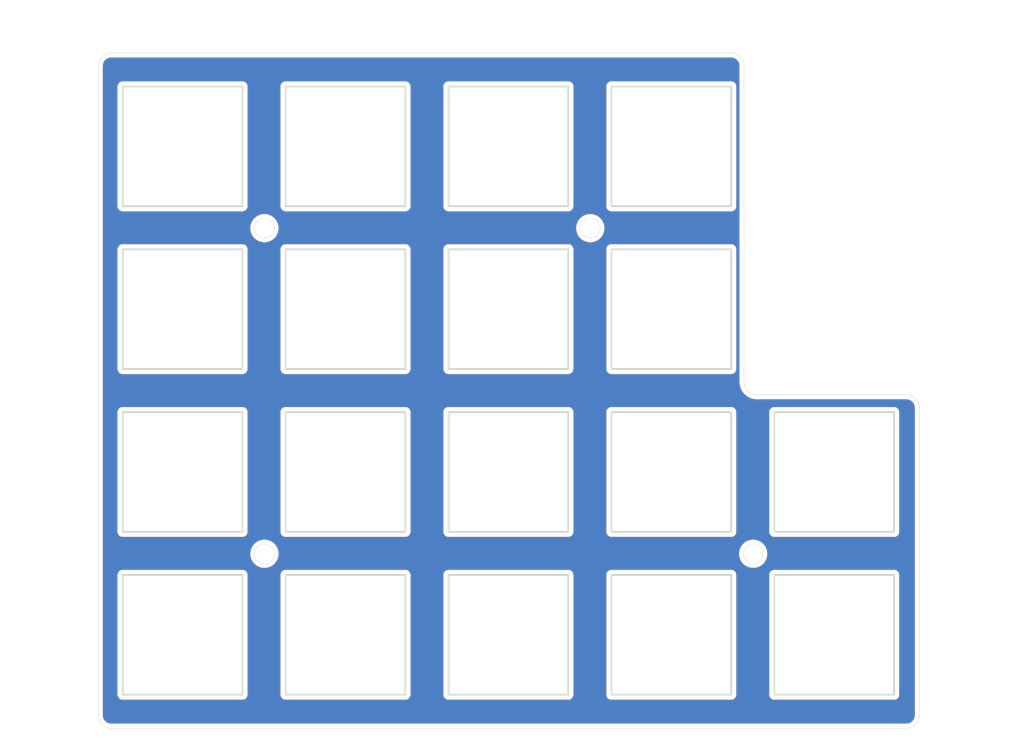
<source format=kicad_pcb>
(kicad_pcb (version 20171130) (host pcbnew "(5.1.10)-1")

  (general
    (thickness 1.6)
    (drawings 86)
    (tracks 0)
    (zones 0)
    (modules 5)
    (nets 1)
  )

  (page A4)
  (layers
    (0 F.Cu signal)
    (31 B.Cu signal)
    (32 B.Adhes user)
    (33 F.Adhes user)
    (34 B.Paste user)
    (35 F.Paste user)
    (36 B.SilkS user)
    (37 F.SilkS user)
    (38 B.Mask user)
    (39 F.Mask user)
    (40 Dwgs.User user)
    (41 Cmts.User user)
    (42 Eco1.User user)
    (43 Eco2.User user)
    (44 Edge.Cuts user)
    (45 Margin user)
    (46 B.CrtYd user)
    (47 F.CrtYd user)
    (48 B.Fab user)
    (49 F.Fab user)
  )

  (setup
    (last_trace_width 0.25)
    (trace_clearance 0.2)
    (zone_clearance 0.508)
    (zone_45_only no)
    (trace_min 0.2)
    (via_size 0.8)
    (via_drill 0.4)
    (via_min_size 0.4)
    (via_min_drill 0.3)
    (uvia_size 0.3)
    (uvia_drill 0.1)
    (uvias_allowed no)
    (uvia_min_size 0.2)
    (uvia_min_drill 0.1)
    (edge_width 0.05)
    (segment_width 0.2)
    (pcb_text_width 0.3)
    (pcb_text_size 1.5 1.5)
    (mod_edge_width 0.12)
    (mod_text_size 1 1)
    (mod_text_width 0.15)
    (pad_size 1 1)
    (pad_drill 1)
    (pad_to_mask_clearance 0)
    (aux_axis_origin 0 0)
    (grid_origin 134.1245 99.5246)
    (visible_elements 7FFFFFFF)
    (pcbplotparams
      (layerselection 0x010f0_ffffffff)
      (usegerberextensions true)
      (usegerberattributes false)
      (usegerberadvancedattributes false)
      (creategerberjobfile false)
      (excludeedgelayer true)
      (linewidth 0.100000)
      (plotframeref false)
      (viasonmask false)
      (mode 1)
      (useauxorigin false)
      (hpglpennumber 1)
      (hpglpenspeed 20)
      (hpglpendiameter 15.000000)
      (psnegative false)
      (psa4output false)
      (plotreference true)
      (plotvalue true)
      (plotinvisibletext false)
      (padsonsilk false)
      (subtractmaskfromsilk false)
      (outputformat 1)
      (mirror false)
      (drillshape 0)
      (scaleselection 1)
      (outputdirectory "gerber"))
  )

  (net 0 "")

  (net_class Default "This is the default net class."
    (clearance 0.2)
    (trace_width 0.25)
    (via_dia 0.8)
    (via_drill 0.4)
    (uvia_dia 0.3)
    (uvia_drill 0.1)
  )

  (net_class Power ""
    (clearance 0.2)
    (trace_width 0.5)
    (via_dia 0.8)
    (via_drill 0.4)
    (uvia_dia 0.3)
    (uvia_drill 0.1)
  )

  (module kbd:M2_Threads_v2 (layer F.Cu) (tedit 5F7666D2) (tstamp 60CDCBF1)
    (at 115.0745 80.4746)
    (descr "Mounting Hole 2.2mm, no annular, M2")
    (tags "mounting hole 2.2mm no annular m2")
    (attr virtual)
    (fp_text reference Ref** (at -0.95 -0.55) (layer F.Fab) hide
      (effects (font (size 1 1) (thickness 0.15)))
    )
    (fp_text value Val** (at 0 0.55) (layer F.Fab) hide
      (effects (font (size 1 1) (thickness 0.15)))
    )
    (pad "" thru_hole circle (at 0 0) (size 2.3 2.3) (drill 2.3) (layers *.Cu *.Mask))
  )

  (module kbd:M2_Threads_v2 (layer F.Cu) (tedit 5F7666D2) (tstamp 60CDCC06)
    (at 153.1745 80.4746)
    (descr "Mounting Hole 2.2mm, no annular, M2")
    (tags "mounting hole 2.2mm no annular m2")
    (attr virtual)
    (fp_text reference Ref** (at -0.95 -0.55) (layer F.Fab) hide
      (effects (font (size 1 1) (thickness 0.15)))
    )
    (fp_text value Val** (at 0 0.55) (layer F.Fab) hide
      (effects (font (size 1 1) (thickness 0.15)))
    )
    (pad "" thru_hole circle (at 0 0) (size 2.3 2.3) (drill 2.3) (layers *.Cu *.Mask))
  )

  (module kbd:M2_Threads_v2 (layer F.Cu) (tedit 5F7666D2) (tstamp 60CDCC1F)
    (at 115.0745 118.5746)
    (descr "Mounting Hole 2.2mm, no annular, M2")
    (tags "mounting hole 2.2mm no annular m2")
    (attr virtual)
    (fp_text reference Ref** (at -0.95 -0.55) (layer F.Fab) hide
      (effects (font (size 1 1) (thickness 0.15)))
    )
    (fp_text value Val** (at 0 0.55) (layer F.Fab) hide
      (effects (font (size 1 1) (thickness 0.15)))
    )
    (pad "" thru_hole circle (at 0 0) (size 2.3 2.3) (drill 2.3) (layers *.Cu *.Mask))
  )

  (module kbd:M2_Threads_v2 (layer F.Cu) (tedit 5F7666D2) (tstamp 60CDCC38)
    (at 172.2245 118.5746)
    (descr "Mounting Hole 2.2mm, no annular, M2")
    (tags "mounting hole 2.2mm no annular m2")
    (attr virtual)
    (fp_text reference Ref** (at -0.95 -0.55) (layer F.Fab) hide
      (effects (font (size 1 1) (thickness 0.15)))
    )
    (fp_text value Val** (at 0 0.55) (layer F.Fab) hide
      (effects (font (size 1 1) (thickness 0.15)))
    )
    (pad "" thru_hole circle (at 0 0) (size 2.3 2.3) (drill 2.3) (layers *.Cu *.Mask))
  )

  (module "" (layer F.Cu) (tedit 0) (tstamp 0)
    (at 203.6505 132.0506 90)
    (fp_text reference "" (at 0 0 90) (layer F.SilkS)
      (effects (font (size 1.27 1.27) (thickness 0.15)))
    )
    (fp_text value "" (at 0 0 90) (layer F.SilkS)
      (effects (font (size 1.27 1.27) (thickness 0.15)))
    )
  )

  (gr_line (start 131.55 63.9005) (end 131.55 77.89996) (layer Edge.Cuts) (width 0.2) (tstamp 60DF3838))
  (gr_line (start 131.55 77.89996) (end 117.55045 77.89996) (layer Edge.Cuts) (width 0.2) (tstamp 60DF3837))
  (gr_line (start 136.60045 115.99996) (end 136.60045 102.0005) (layer Edge.Cuts) (width 0.2) (tstamp 60DF37EE))
  (gr_line (start 136.60045 102.0005) (end 150.6 102.0005) (layer Edge.Cuts) (width 0.2) (tstamp 60DF37E1))
  (gr_line (start 117.55045 77.89996) (end 117.55045 63.9005) (layer Edge.Cuts) (width 0.2) (tstamp 60DF3840))
  (gr_line (start 98.50045 63.9005) (end 112.5 63.9005) (layer Edge.Cuts) (width 0.2) (tstamp 60DF383F))
  (gr_line (start 136.60045 77.89996) (end 136.60045 63.9005) (layer Edge.Cuts) (width 0.2) (tstamp 60DF383E))
  (gr_line (start 155.65045 77.89996) (end 155.65045 63.9005) (layer Edge.Cuts) (width 0.2) (tstamp 60DF383D))
  (gr_line (start 150.6 77.89996) (end 136.60045 77.89996) (layer Edge.Cuts) (width 0.2) (tstamp 60DF383C))
  (gr_line (start 169.65 63.9005) (end 169.65 77.89996) (layer Edge.Cuts) (width 0.2) (tstamp 60DF383B))
  (gr_line (start 117.55045 63.9005) (end 131.55 63.9005) (layer Edge.Cuts) (width 0.2) (tstamp 60DF383A))
  (gr_line (start 112.5 63.9005) (end 112.5 77.89996) (layer Edge.Cuts) (width 0.2) (tstamp 60DF3839))
  (gr_line (start 150.6 63.9005) (end 150.6 77.89996) (layer Edge.Cuts) (width 0.2) (tstamp 60DF3836))
  (gr_line (start 136.60045 63.9005) (end 150.6 63.9005) (layer Edge.Cuts) (width 0.2) (tstamp 60DF3835))
  (gr_line (start 155.65045 63.9005) (end 169.65 63.9005) (layer Edge.Cuts) (width 0.2) (tstamp 60DF3834))
  (gr_line (start 98.50045 77.89996) (end 98.50045 63.9005) (layer Edge.Cuts) (width 0.2) (tstamp 60DF3833))
  (gr_line (start 112.5 77.89996) (end 98.50045 77.89996) (layer Edge.Cuts) (width 0.2) (tstamp 60DF3832))
  (gr_line (start 169.65 77.89996) (end 155.65045 77.89996) (layer Edge.Cuts) (width 0.2) (tstamp 60DF3831))
  (gr_line (start 117.55045 96.94996) (end 117.55045 82.9505) (layer Edge.Cuts) (width 0.2) (tstamp 60DF3840))
  (gr_line (start 98.50045 82.9505) (end 112.5 82.9505) (layer Edge.Cuts) (width 0.2) (tstamp 60DF383F))
  (gr_line (start 136.60045 96.94996) (end 136.60045 82.9505) (layer Edge.Cuts) (width 0.2) (tstamp 60DF383E))
  (gr_line (start 155.65045 96.94996) (end 155.65045 82.9505) (layer Edge.Cuts) (width 0.2) (tstamp 60DF383D))
  (gr_line (start 150.6 96.94996) (end 136.60045 96.94996) (layer Edge.Cuts) (width 0.2) (tstamp 60DF383C))
  (gr_line (start 169.65 82.9505) (end 169.65 96.94996) (layer Edge.Cuts) (width 0.2) (tstamp 60DF383B))
  (gr_line (start 117.55045 82.9505) (end 131.55 82.9505) (layer Edge.Cuts) (width 0.2) (tstamp 60DF383A))
  (gr_line (start 112.5 82.9505) (end 112.5 96.94996) (layer Edge.Cuts) (width 0.2) (tstamp 60DF3839))
  (gr_line (start 131.55 82.9505) (end 131.55 96.94996) (layer Edge.Cuts) (width 0.2) (tstamp 60DF3838))
  (gr_line (start 131.55 96.94996) (end 117.55045 96.94996) (layer Edge.Cuts) (width 0.2) (tstamp 60DF3837))
  (gr_line (start 150.6 82.9505) (end 150.6 96.94996) (layer Edge.Cuts) (width 0.2) (tstamp 60DF3836))
  (gr_line (start 136.60045 82.9505) (end 150.6 82.9505) (layer Edge.Cuts) (width 0.2) (tstamp 60DF3835))
  (gr_line (start 155.65045 82.9505) (end 169.65 82.9505) (layer Edge.Cuts) (width 0.2) (tstamp 60DF3834))
  (gr_line (start 98.50045 96.94996) (end 98.50045 82.9505) (layer Edge.Cuts) (width 0.2) (tstamp 60DF3833))
  (gr_line (start 112.5 96.94996) (end 98.50045 96.94996) (layer Edge.Cuts) (width 0.2) (tstamp 60DF3832))
  (gr_line (start 169.65 96.94996) (end 155.65045 96.94996) (layer Edge.Cuts) (width 0.2) (tstamp 60DF3831))
  (gr_line (start 174.70045 102.0005) (end 188.7 102.0005) (layer Edge.Cuts) (width 0.2) (tstamp 60DF37F3))
  (gr_line (start 98.50045 115.99996) (end 98.50045 102.0005) (layer Edge.Cuts) (width 0.2) (tstamp 60DF37F2))
  (gr_line (start 112.5 115.99996) (end 98.50045 115.99996) (layer Edge.Cuts) (width 0.2) (tstamp 60DF37F1))
  (gr_line (start 112.5 102.0005) (end 112.5 115.99996) (layer Edge.Cuts) (width 0.2) (tstamp 60DF37F0))
  (gr_line (start 155.65045 102.0005) (end 169.65 102.0005) (layer Edge.Cuts) (width 0.2) (tstamp 60DF37EF))
  (gr_line (start 131.55 115.99996) (end 117.55045 115.99996) (layer Edge.Cuts) (width 0.2) (tstamp 60DF37ED))
  (gr_line (start 150.6 102.0005) (end 150.6 115.99996) (layer Edge.Cuts) (width 0.2) (tstamp 60DF37EC))
  (gr_line (start 117.55045 115.99996) (end 117.55045 102.0005) (layer Edge.Cuts) (width 0.2) (tstamp 60DF37EB))
  (gr_line (start 117.55045 102.0005) (end 131.55 102.0005) (layer Edge.Cuts) (width 0.2) (tstamp 60DF37EA))
  (gr_line (start 188.7 102.0005) (end 188.7 115.99996) (layer Edge.Cuts) (width 0.2) (tstamp 60DF37E9))
  (gr_line (start 169.65 102.0005) (end 169.65 115.99996) (layer Edge.Cuts) (width 0.2) (tstamp 60DF37E8))
  (gr_line (start 174.70045 115.99996) (end 174.70045 102.0005) (layer Edge.Cuts) (width 0.2) (tstamp 60DF37E7))
  (gr_line (start 155.65045 115.99996) (end 155.65045 102.0005) (layer Edge.Cuts) (width 0.2) (tstamp 60DF37E6))
  (gr_line (start 131.55 102.0005) (end 131.55 115.99996) (layer Edge.Cuts) (width 0.2) (tstamp 60DF37E5))
  (gr_line (start 150.6 115.99996) (end 136.60045 115.99996) (layer Edge.Cuts) (width 0.2) (tstamp 60DF37E4))
  (gr_line (start 188.7 115.99996) (end 174.70045 115.99996) (layer Edge.Cuts) (width 0.2) (tstamp 60DF37E3))
  (gr_line (start 169.65 115.99996) (end 155.65045 115.99996) (layer Edge.Cuts) (width 0.2) (tstamp 60DF37E2))
  (gr_line (start 98.50045 102.0005) (end 112.5 102.0005) (layer Edge.Cuts) (width 0.2) (tstamp 60DF37E0))
  (gr_line (start 174.70045 121.0505) (end 188.7 121.0505) (layer Edge.Cuts) (width 0.2) (tstamp 60DF366F))
  (gr_line (start 188.7 121.0505) (end 188.7 135.04996) (layer Edge.Cuts) (width 0.2) (tstamp 60DF366E))
  (gr_line (start 174.70045 135.04996) (end 174.70045 121.0505) (layer Edge.Cuts) (width 0.2) (tstamp 60DF366D))
  (gr_line (start 188.7 135.04996) (end 174.70045 135.04996) (layer Edge.Cuts) (width 0.2) (tstamp 60DF366C))
  (gr_line (start 155.65045 135.04996) (end 155.65045 121.0505) (layer Edge.Cuts) (width 0.2) (tstamp 60DF3667))
  (gr_line (start 169.65 121.0505) (end 169.65 135.04996) (layer Edge.Cuts) (width 0.2) (tstamp 60DF3666))
  (gr_line (start 169.65 135.04996) (end 155.65045 135.04996) (layer Edge.Cuts) (width 0.2) (tstamp 60DF3665))
  (gr_line (start 155.65045 121.0505) (end 169.65 121.0505) (layer Edge.Cuts) (width 0.2) (tstamp 60DF3664))
  (gr_line (start 150.6 135.04996) (end 136.60045 135.04996) (layer Edge.Cuts) (width 0.2) (tstamp 60DF365F))
  (gr_line (start 136.60045 135.04996) (end 136.60045 121.0505) (layer Edge.Cuts) (width 0.2) (tstamp 60DF365E))
  (gr_line (start 136.60045 121.0505) (end 150.6 121.0505) (layer Edge.Cuts) (width 0.2) (tstamp 60DF365D))
  (gr_line (start 150.6 121.0505) (end 150.6 135.04996) (layer Edge.Cuts) (width 0.2) (tstamp 60DF365C))
  (gr_line (start 117.55045 135.04996) (end 117.55045 121.0505) (layer Edge.Cuts) (width 0.2) (tstamp 60DF3657))
  (gr_line (start 131.55 135.04996) (end 117.55045 135.04996) (layer Edge.Cuts) (width 0.2) (tstamp 60DF3656))
  (gr_line (start 131.55 121.0505) (end 131.55 135.04996) (layer Edge.Cuts) (width 0.2) (tstamp 60DF3655))
  (gr_line (start 117.55045 121.0505) (end 131.55 121.0505) (layer Edge.Cuts) (width 0.2) (tstamp 60DF3654))
  (gr_line (start 112.5 135.04996) (end 98.50045 135.04996) (layer Edge.Cuts) (width 0.2) (tstamp 60DF3564))
  (gr_line (start 112.5 121.0505) (end 112.5 135.04996) (layer Edge.Cuts) (width 0.2) (tstamp 60DF3561))
  (gr_line (start 98.50045 135.04996) (end 98.50045 121.0505) (layer Edge.Cuts) (width 0.2) (tstamp 60DF3560))
  (gr_line (start 191.6505 101.4756) (end 191.6505 137.4756) (layer Edge.Cuts) (width 0.05) (tstamp 60DF3548))
  (gr_line (start 172.6505 99.9756) (end 190.1505 99.9756) (layer Edge.Cuts) (width 0.05) (tstamp 60DF3547))
  (gr_line (start 171.1505 61.4756) (end 171.1505 98.4756) (layer Edge.Cuts) (width 0.05) (tstamp 60DF3546))
  (gr_arc (start 172.6505 98.4756) (end 171.1505 98.4756) (angle -90) (layer Edge.Cuts) (width 0.05) (tstamp 60DF3528))
  (gr_arc (start 169.6505 61.4756) (end 171.1505 61.4756) (angle -90) (layer Edge.Cuts) (width 0.05) (tstamp 60DF3528))
  (dimension 79 (width 0.15) (layer Dwgs.User)
    (gr_text "79.000 mm" (at 87.819372 99.4756 270) (layer Dwgs.User)
      (effects (font (size 1 1) (thickness 0.15)))
    )
    (feature1 (pts (xy 93.1505 138.9756) (xy 88.532951 138.9756)))
    (feature2 (pts (xy 93.1505 59.9756) (xy 88.532951 59.9756)))
    (crossbar (pts (xy 89.119372 59.9756) (xy 89.119372 138.9756)))
    (arrow1a (pts (xy 89.119372 138.9756) (xy 88.532951 137.849096)))
    (arrow1b (pts (xy 89.119372 138.9756) (xy 89.705793 137.849096)))
    (arrow2a (pts (xy 89.119372 59.9756) (xy 88.532951 61.102104)))
    (arrow2b (pts (xy 89.119372 59.9756) (xy 89.705793 61.102104)))
  )
  (dimension 96 (width 0.15) (layer Dwgs.User)
    (gr_text "96.000 mm" (at 143.6505 54.4756) (layer Dwgs.User)
      (effects (font (size 1 1) (thickness 0.15)))
    )
    (feature1 (pts (xy 95.6505 58.691075) (xy 95.6505 55.189179)))
    (feature2 (pts (xy 191.6505 58.691075) (xy 191.6505 55.189179)))
    (crossbar (pts (xy 191.6505 55.7756) (xy 95.6505 55.7756)))
    (arrow1a (pts (xy 95.6505 55.7756) (xy 96.777004 55.189179)))
    (arrow1b (pts (xy 95.6505 55.7756) (xy 96.777004 56.362021)))
    (arrow2a (pts (xy 191.6505 55.7756) (xy 190.523996 55.189179)))
    (arrow2b (pts (xy 191.6505 55.7756) (xy 190.523996 56.362021)))
  )
  (gr_line (start 95.6505 61.4756) (end 95.6505 137.4756) (layer Edge.Cuts) (width 0.05) (tstamp 60B601F2))
  (gr_line (start 169.6505 59.9756) (end 97.1505 59.9756) (layer Edge.Cuts) (width 0.05) (tstamp 60B601F1))
  (gr_line (start 97.1505 138.9756) (end 190.1505 138.9756) (layer Edge.Cuts) (width 0.05) (tstamp 60B601EF))
  (gr_arc (start 97.1505 137.4756) (end 95.6505 137.4756) (angle -90) (layer Edge.Cuts) (width 0.05))
  (gr_arc (start 190.1505 137.4756) (end 190.1505 138.9756) (angle -90) (layer Edge.Cuts) (width 0.05))
  (gr_arc (start 190.1505 101.4756) (end 191.6505 101.4756) (angle -90) (layer Edge.Cuts) (width 0.05))
  (gr_arc (start 97.1505 61.4756) (end 97.1505 59.9756) (angle -90) (layer Edge.Cuts) (width 0.05))
  (gr_line (start 98.50045 121.0505) (end 112.5 121.0505) (layer Edge.Cuts) (width 0.2))

  (zone (net 0) (net_name "") (layer F.Cu) (tstamp 0) (hatch edge 0.508)
    (connect_pads (clearance 0.508))
    (min_thickness 0.254)
    (fill yes (arc_segments 32) (thermal_gap 0.508) (thermal_bridge_width 0.508))
    (polygon
      (pts
        (xy 196.1245 140.5246) (xy 92.1245 140.5246) (xy 93.6245 58.0246) (xy 196.1245 58.0246)
      )
    )
    (filled_polygon
      (pts
        (xy 169.81304 60.654702) (xy 169.969394 60.701908) (xy 170.113596 60.778582) (xy 170.240163 60.881807) (xy 170.344269 61.007651)
        (xy 170.421947 61.151311) (xy 170.470242 61.307329) (xy 170.4905 61.500073) (xy 170.490501 98.508019) (xy 170.493318 98.536618)
        (xy 170.493253 98.545888) (xy 170.494152 98.55506) (xy 170.524752 98.846205) (xy 170.536783 98.904817) (xy 170.547989 98.963563)
        (xy 170.550653 98.972384) (xy 170.637221 99.25204) (xy 170.660399 99.307178) (xy 170.682811 99.36265) (xy 170.687138 99.370786)
        (xy 170.826377 99.628302) (xy 170.859804 99.677859) (xy 170.89258 99.727947) (xy 170.898405 99.735088) (xy 171.08501 99.960656)
        (xy 171.127465 100.002815) (xy 171.169309 100.045545) (xy 171.176409 100.051419) (xy 171.403273 100.236445) (xy 171.453066 100.269527)
        (xy 171.502455 100.303345) (xy 171.510561 100.307727) (xy 171.769042 100.445164) (xy 171.824336 100.467955) (xy 171.879329 100.491525)
        (xy 171.888132 100.49425) (xy 172.168387 100.578864) (xy 172.227064 100.590482) (xy 172.285579 100.60292) (xy 172.294742 100.603883)
        (xy 172.294744 100.603883) (xy 172.586096 100.63245) (xy 172.586098 100.63245) (xy 172.618081 100.6356) (xy 190.118223 100.6356)
        (xy 190.31304 100.654702) (xy 190.469394 100.701908) (xy 190.613596 100.778582) (xy 190.740163 100.881807) (xy 190.844269 101.007651)
        (xy 190.921947 101.151311) (xy 190.970242 101.307329) (xy 190.9905 101.500073) (xy 190.990501 137.443312) (xy 190.971398 137.63814)
        (xy 190.924192 137.794495) (xy 190.847518 137.938696) (xy 190.744292 138.065264) (xy 190.618451 138.169368) (xy 190.474789 138.247047)
        (xy 190.318771 138.295342) (xy 190.126027 138.3156) (xy 97.182777 138.3156) (xy 96.98796 138.296498) (xy 96.831605 138.249292)
        (xy 96.687404 138.172618) (xy 96.560836 138.069392) (xy 96.456732 137.943551) (xy 96.379053 137.799889) (xy 96.330758 137.643871)
        (xy 96.3105 137.451127) (xy 96.3105 121.0505) (xy 97.761894 121.0505) (xy 97.765451 121.086615) (xy 97.76545 135.013855)
        (xy 97.761894 135.04996) (xy 97.776085 135.194045) (xy 97.818113 135.332593) (xy 97.886363 135.46028) (xy 97.978212 135.572198)
        (xy 98.09013 135.664047) (xy 98.217817 135.732297) (xy 98.356365 135.774325) (xy 98.50045 135.788516) (xy 98.536555 135.78496)
        (xy 112.463895 135.78496) (xy 112.5 135.788516) (xy 112.536105 135.78496) (xy 112.644085 135.774325) (xy 112.782633 135.732297)
        (xy 112.91032 135.664047) (xy 113.022238 135.572198) (xy 113.114087 135.46028) (xy 113.182337 135.332593) (xy 113.224365 135.194045)
        (xy 113.238556 135.04996) (xy 113.235 135.013855) (xy 113.235 121.086605) (xy 113.238556 121.0505) (xy 116.811894 121.0505)
        (xy 116.815451 121.086615) (xy 116.81545 135.013855) (xy 116.811894 135.04996) (xy 116.826085 135.194045) (xy 116.868113 135.332593)
        (xy 116.936363 135.46028) (xy 117.028212 135.572198) (xy 117.14013 135.664047) (xy 117.267817 135.732297) (xy 117.406365 135.774325)
        (xy 117.55045 135.788516) (xy 117.586555 135.78496) (xy 131.513895 135.78496) (xy 131.55 135.788516) (xy 131.586105 135.78496)
        (xy 131.694085 135.774325) (xy 131.832633 135.732297) (xy 131.96032 135.664047) (xy 132.072238 135.572198) (xy 132.164087 135.46028)
        (xy 132.232337 135.332593) (xy 132.274365 135.194045) (xy 132.288556 135.04996) (xy 132.285 135.013855) (xy 132.285 121.086605)
        (xy 132.288556 121.0505) (xy 135.861894 121.0505) (xy 135.865451 121.086615) (xy 135.86545 135.013855) (xy 135.861894 135.04996)
        (xy 135.876085 135.194045) (xy 135.918113 135.332593) (xy 135.986363 135.46028) (xy 136.078212 135.572198) (xy 136.19013 135.664047)
        (xy 136.317817 135.732297) (xy 136.456365 135.774325) (xy 136.60045 135.788516) (xy 136.636555 135.78496) (xy 150.563895 135.78496)
        (xy 150.6 135.788516) (xy 150.636105 135.78496) (xy 150.744085 135.774325) (xy 150.882633 135.732297) (xy 151.01032 135.664047)
        (xy 151.122238 135.572198) (xy 151.214087 135.46028) (xy 151.282337 135.332593) (xy 151.324365 135.194045) (xy 151.338556 135.04996)
        (xy 151.335 135.013855) (xy 151.335 121.086605) (xy 151.338556 121.0505) (xy 154.911894 121.0505) (xy 154.915451 121.086615)
        (xy 154.91545 135.013855) (xy 154.911894 135.04996) (xy 154.926085 135.194045) (xy 154.968113 135.332593) (xy 155.036363 135.46028)
        (xy 155.128212 135.572198) (xy 155.24013 135.664047) (xy 155.367817 135.732297) (xy 155.506365 135.774325) (xy 155.65045 135.788516)
        (xy 155.686555 135.78496) (xy 169.613895 135.78496) (xy 169.65 135.788516) (xy 169.686105 135.78496) (xy 169.794085 135.774325)
        (xy 169.932633 135.732297) (xy 170.06032 135.664047) (xy 170.172238 135.572198) (xy 170.264087 135.46028) (xy 170.332337 135.332593)
        (xy 170.374365 135.194045) (xy 170.388556 135.04996) (xy 170.385 135.013855) (xy 170.385 121.086605) (xy 170.388556 121.0505)
        (xy 173.961894 121.0505) (xy 173.965451 121.086615) (xy 173.96545 135.013855) (xy 173.961894 135.04996) (xy 173.976085 135.194045)
        (xy 174.018113 135.332593) (xy 174.086363 135.46028) (xy 174.178212 135.572198) (xy 174.29013 135.664047) (xy 174.417817 135.732297)
        (xy 174.556365 135.774325) (xy 174.70045 135.788516) (xy 174.736555 135.78496) (xy 188.663895 135.78496) (xy 188.7 135.788516)
        (xy 188.736105 135.78496) (xy 188.844085 135.774325) (xy 188.982633 135.732297) (xy 189.11032 135.664047) (xy 189.222238 135.572198)
        (xy 189.314087 135.46028) (xy 189.382337 135.332593) (xy 189.424365 135.194045) (xy 189.438556 135.04996) (xy 189.435 135.013855)
        (xy 189.435 121.086605) (xy 189.438556 121.0505) (xy 189.424365 120.906415) (xy 189.382337 120.767867) (xy 189.314087 120.64018)
        (xy 189.222238 120.528262) (xy 189.11032 120.436413) (xy 188.982633 120.368163) (xy 188.844085 120.326135) (xy 188.736105 120.3155)
        (xy 188.7 120.311944) (xy 188.663895 120.3155) (xy 174.736555 120.3155) (xy 174.70045 120.311944) (xy 174.664345 120.3155)
        (xy 174.556365 120.326135) (xy 174.417817 120.368163) (xy 174.29013 120.436413) (xy 174.178212 120.528262) (xy 174.086363 120.64018)
        (xy 174.018113 120.767867) (xy 173.976085 120.906415) (xy 173.961894 121.0505) (xy 170.388556 121.0505) (xy 170.374365 120.906415)
        (xy 170.332337 120.767867) (xy 170.264087 120.64018) (xy 170.172238 120.528262) (xy 170.06032 120.436413) (xy 169.932633 120.368163)
        (xy 169.794085 120.326135) (xy 169.686105 120.3155) (xy 169.65 120.311944) (xy 169.613895 120.3155) (xy 155.686555 120.3155)
        (xy 155.65045 120.311944) (xy 155.614345 120.3155) (xy 155.506365 120.326135) (xy 155.367817 120.368163) (xy 155.24013 120.436413)
        (xy 155.128212 120.528262) (xy 155.036363 120.64018) (xy 154.968113 120.767867) (xy 154.926085 120.906415) (xy 154.911894 121.0505)
        (xy 151.338556 121.0505) (xy 151.324365 120.906415) (xy 151.282337 120.767867) (xy 151.214087 120.64018) (xy 151.122238 120.528262)
        (xy 151.01032 120.436413) (xy 150.882633 120.368163) (xy 150.744085 120.326135) (xy 150.636105 120.3155) (xy 150.6 120.311944)
        (xy 150.563895 120.3155) (xy 136.636555 120.3155) (xy 136.60045 120.311944) (xy 136.564345 120.3155) (xy 136.456365 120.326135)
        (xy 136.317817 120.368163) (xy 136.19013 120.436413) (xy 136.078212 120.528262) (xy 135.986363 120.64018) (xy 135.918113 120.767867)
        (xy 135.876085 120.906415) (xy 135.861894 121.0505) (xy 132.288556 121.0505) (xy 132.274365 120.906415) (xy 132.232337 120.767867)
        (xy 132.164087 120.64018) (xy 132.072238 120.528262) (xy 131.96032 120.436413) (xy 131.832633 120.368163) (xy 131.694085 120.326135)
        (xy 131.586105 120.3155) (xy 131.55 120.311944) (xy 131.513895 120.3155) (xy 117.586555 120.3155) (xy 117.55045 120.311944)
        (xy 117.514345 120.3155) (xy 117.406365 120.326135) (xy 117.267817 120.368163) (xy 117.14013 120.436413) (xy 117.028212 120.528262)
        (xy 116.936363 120.64018) (xy 116.868113 120.767867) (xy 116.826085 120.906415) (xy 116.811894 121.0505) (xy 113.238556 121.0505)
        (xy 113.224365 120.906415) (xy 113.182337 120.767867) (xy 113.114087 120.64018) (xy 113.022238 120.528262) (xy 112.91032 120.436413)
        (xy 112.782633 120.368163) (xy 112.644085 120.326135) (xy 112.536105 120.3155) (xy 112.5 120.311944) (xy 112.463895 120.3155)
        (xy 98.536555 120.3155) (xy 98.50045 120.311944) (xy 98.464345 120.3155) (xy 98.356365 120.326135) (xy 98.217817 120.368163)
        (xy 98.09013 120.436413) (xy 97.978212 120.528262) (xy 97.886363 120.64018) (xy 97.818113 120.767867) (xy 97.776085 120.906415)
        (xy 97.761894 121.0505) (xy 96.3105 121.0505) (xy 96.3105 118.398793) (xy 113.2895 118.398793) (xy 113.2895 118.750407)
        (xy 113.358096 119.095265) (xy 113.492653 119.420115) (xy 113.688 119.712471) (xy 113.936629 119.9611) (xy 114.228985 120.156447)
        (xy 114.553835 120.291004) (xy 114.898693 120.3596) (xy 115.250307 120.3596) (xy 115.595165 120.291004) (xy 115.920015 120.156447)
        (xy 116.212371 119.9611) (xy 116.461 119.712471) (xy 116.656347 119.420115) (xy 116.790904 119.095265) (xy 116.8595 118.750407)
        (xy 116.8595 118.398793) (xy 170.4395 118.398793) (xy 170.4395 118.750407) (xy 170.508096 119.095265) (xy 170.642653 119.420115)
        (xy 170.838 119.712471) (xy 171.086629 119.9611) (xy 171.378985 120.156447) (xy 171.703835 120.291004) (xy 172.048693 120.3596)
        (xy 172.400307 120.3596) (xy 172.745165 120.291004) (xy 173.070015 120.156447) (xy 173.362371 119.9611) (xy 173.611 119.712471)
        (xy 173.806347 119.420115) (xy 173.940904 119.095265) (xy 174.0095 118.750407) (xy 174.0095 118.398793) (xy 173.940904 118.053935)
        (xy 173.806347 117.729085) (xy 173.611 117.436729) (xy 173.362371 117.1881) (xy 173.070015 116.992753) (xy 172.745165 116.858196)
        (xy 172.400307 116.7896) (xy 172.048693 116.7896) (xy 171.703835 116.858196) (xy 171.378985 116.992753) (xy 171.086629 117.1881)
        (xy 170.838 117.436729) (xy 170.642653 117.729085) (xy 170.508096 118.053935) (xy 170.4395 118.398793) (xy 116.8595 118.398793)
        (xy 116.790904 118.053935) (xy 116.656347 117.729085) (xy 116.461 117.436729) (xy 116.212371 117.1881) (xy 115.920015 116.992753)
        (xy 115.595165 116.858196) (xy 115.250307 116.7896) (xy 114.898693 116.7896) (xy 114.553835 116.858196) (xy 114.228985 116.992753)
        (xy 113.936629 117.1881) (xy 113.688 117.436729) (xy 113.492653 117.729085) (xy 113.358096 118.053935) (xy 113.2895 118.398793)
        (xy 96.3105 118.398793) (xy 96.3105 102.0005) (xy 97.761894 102.0005) (xy 97.765451 102.036615) (xy 97.76545 115.963855)
        (xy 97.761894 115.99996) (xy 97.776085 116.144045) (xy 97.818113 116.282593) (xy 97.886363 116.41028) (xy 97.978212 116.522198)
        (xy 98.09013 116.614047) (xy 98.217817 116.682297) (xy 98.356365 116.724325) (xy 98.50045 116.738516) (xy 98.536555 116.73496)
        (xy 112.463895 116.73496) (xy 112.5 116.738516) (xy 112.536105 116.73496) (xy 112.644085 116.724325) (xy 112.782633 116.682297)
        (xy 112.91032 116.614047) (xy 113.022238 116.522198) (xy 113.114087 116.41028) (xy 113.182337 116.282593) (xy 113.224365 116.144045)
        (xy 113.238556 115.99996) (xy 113.235 115.963855) (xy 113.235 102.036605) (xy 113.238556 102.0005) (xy 116.811894 102.0005)
        (xy 116.815451 102.036615) (xy 116.81545 115.963855) (xy 116.811894 115.99996) (xy 116.826085 116.144045) (xy 116.868113 116.282593)
        (xy 116.936363 116.41028) (xy 117.028212 116.522198) (xy 117.14013 116.614047) (xy 117.267817 116.682297) (xy 117.406365 116.724325)
        (xy 117.55045 116.738516) (xy 117.586555 116.73496) (xy 131.513895 116.73496) (xy 131.55 116.738516) (xy 131.586105 116.73496)
        (xy 131.694085 116.724325) (xy 131.832633 116.682297) (xy 131.96032 116.614047) (xy 132.072238 116.522198) (xy 132.164087 116.41028)
        (xy 132.232337 116.282593) (xy 132.274365 116.144045) (xy 132.288556 115.99996) (xy 132.285 115.963855) (xy 132.285 102.036605)
        (xy 132.288556 102.0005) (xy 135.861894 102.0005) (xy 135.865451 102.036615) (xy 135.86545 115.963855) (xy 135.861894 115.99996)
        (xy 135.876085 116.144045) (xy 135.918113 116.282593) (xy 135.986363 116.41028) (xy 136.078212 116.522198) (xy 136.19013 116.614047)
        (xy 136.317817 116.682297) (xy 136.456365 116.724325) (xy 136.60045 116.738516) (xy 136.636555 116.73496) (xy 150.563895 116.73496)
        (xy 150.6 116.738516) (xy 150.636105 116.73496) (xy 150.744085 116.724325) (xy 150.882633 116.682297) (xy 151.01032 116.614047)
        (xy 151.122238 116.522198) (xy 151.214087 116.41028) (xy 151.282337 116.282593) (xy 151.324365 116.144045) (xy 151.338556 115.99996)
        (xy 151.335 115.963855) (xy 151.335 102.036605) (xy 151.338556 102.0005) (xy 154.911894 102.0005) (xy 154.915451 102.036615)
        (xy 154.91545 115.963855) (xy 154.911894 115.99996) (xy 154.926085 116.144045) (xy 154.968113 116.282593) (xy 155.036363 116.41028)
        (xy 155.128212 116.522198) (xy 155.24013 116.614047) (xy 155.367817 116.682297) (xy 155.506365 116.724325) (xy 155.65045 116.738516)
        (xy 155.686555 116.73496) (xy 169.613895 116.73496) (xy 169.65 116.738516) (xy 169.686105 116.73496) (xy 169.794085 116.724325)
        (xy 169.932633 116.682297) (xy 170.06032 116.614047) (xy 170.172238 116.522198) (xy 170.264087 116.41028) (xy 170.332337 116.282593)
        (xy 170.374365 116.144045) (xy 170.388556 115.99996) (xy 170.385 115.963855) (xy 170.385 102.036605) (xy 170.388556 102.0005)
        (xy 173.961894 102.0005) (xy 173.965451 102.036615) (xy 173.96545 115.963855) (xy 173.961894 115.99996) (xy 173.976085 116.144045)
        (xy 174.018113 116.282593) (xy 174.086363 116.41028) (xy 174.178212 116.522198) (xy 174.29013 116.614047) (xy 174.417817 116.682297)
        (xy 174.556365 116.724325) (xy 174.70045 116.738516) (xy 174.736555 116.73496) (xy 188.663895 116.73496) (xy 188.7 116.738516)
        (xy 188.736105 116.73496) (xy 188.844085 116.724325) (xy 188.982633 116.682297) (xy 189.11032 116.614047) (xy 189.222238 116.522198)
        (xy 189.314087 116.41028) (xy 189.382337 116.282593) (xy 189.424365 116.144045) (xy 189.438556 115.99996) (xy 189.435 115.963855)
        (xy 189.435 102.036605) (xy 189.438556 102.0005) (xy 189.424365 101.856415) (xy 189.382337 101.717867) (xy 189.314087 101.59018)
        (xy 189.222238 101.478262) (xy 189.11032 101.386413) (xy 188.982633 101.318163) (xy 188.844085 101.276135) (xy 188.736105 101.2655)
        (xy 188.7 101.261944) (xy 188.663895 101.2655) (xy 174.736555 101.2655) (xy 174.70045 101.261944) (xy 174.664345 101.2655)
        (xy 174.556365 101.276135) (xy 174.417817 101.318163) (xy 174.29013 101.386413) (xy 174.178212 101.478262) (xy 174.086363 101.59018)
        (xy 174.018113 101.717867) (xy 173.976085 101.856415) (xy 173.961894 102.0005) (xy 170.388556 102.0005) (xy 170.374365 101.856415)
        (xy 170.332337 101.717867) (xy 170.264087 101.59018) (xy 170.172238 101.478262) (xy 170.06032 101.386413) (xy 169.932633 101.318163)
        (xy 169.794085 101.276135) (xy 169.686105 101.2655) (xy 169.65 101.261944) (xy 169.613895 101.2655) (xy 155.686555 101.2655)
        (xy 155.65045 101.261944) (xy 155.614345 101.2655) (xy 155.506365 101.276135) (xy 155.367817 101.318163) (xy 155.24013 101.386413)
        (xy 155.128212 101.478262) (xy 155.036363 101.59018) (xy 154.968113 101.717867) (xy 154.926085 101.856415) (xy 154.911894 102.0005)
        (xy 151.338556 102.0005) (xy 151.324365 101.856415) (xy 151.282337 101.717867) (xy 151.214087 101.59018) (xy 151.122238 101.478262)
        (xy 151.01032 101.386413) (xy 150.882633 101.318163) (xy 150.744085 101.276135) (xy 150.636105 101.2655) (xy 150.6 101.261944)
        (xy 150.563895 101.2655) (xy 136.636555 101.2655) (xy 136.60045 101.261944) (xy 136.564345 101.2655) (xy 136.456365 101.276135)
        (xy 136.317817 101.318163) (xy 136.19013 101.386413) (xy 136.078212 101.478262) (xy 135.986363 101.59018) (xy 135.918113 101.717867)
        (xy 135.876085 101.856415) (xy 135.861894 102.0005) (xy 132.288556 102.0005) (xy 132.274365 101.856415) (xy 132.232337 101.717867)
        (xy 132.164087 101.59018) (xy 132.072238 101.478262) (xy 131.96032 101.386413) (xy 131.832633 101.318163) (xy 131.694085 101.276135)
        (xy 131.586105 101.2655) (xy 131.55 101.261944) (xy 131.513895 101.2655) (xy 117.586555 101.2655) (xy 117.55045 101.261944)
        (xy 117.514345 101.2655) (xy 117.406365 101.276135) (xy 117.267817 101.318163) (xy 117.14013 101.386413) (xy 117.028212 101.478262)
        (xy 116.936363 101.59018) (xy 116.868113 101.717867) (xy 116.826085 101.856415) (xy 116.811894 102.0005) (xy 113.238556 102.0005)
        (xy 113.224365 101.856415) (xy 113.182337 101.717867) (xy 113.114087 101.59018) (xy 113.022238 101.478262) (xy 112.91032 101.386413)
        (xy 112.782633 101.318163) (xy 112.644085 101.276135) (xy 112.536105 101.2655) (xy 112.5 101.261944) (xy 112.463895 101.2655)
        (xy 98.536555 101.2655) (xy 98.50045 101.261944) (xy 98.464345 101.2655) (xy 98.356365 101.276135) (xy 98.217817 101.318163)
        (xy 98.09013 101.386413) (xy 97.978212 101.478262) (xy 97.886363 101.59018) (xy 97.818113 101.717867) (xy 97.776085 101.856415)
        (xy 97.761894 102.0005) (xy 96.3105 102.0005) (xy 96.3105 82.9505) (xy 97.761894 82.9505) (xy 97.765451 82.986615)
        (xy 97.76545 96.913855) (xy 97.761894 96.94996) (xy 97.776085 97.094045) (xy 97.818113 97.232593) (xy 97.886363 97.36028)
        (xy 97.978212 97.472198) (xy 98.09013 97.564047) (xy 98.217817 97.632297) (xy 98.356365 97.674325) (xy 98.50045 97.688516)
        (xy 98.536555 97.68496) (xy 112.463895 97.68496) (xy 112.5 97.688516) (xy 112.536105 97.68496) (xy 112.644085 97.674325)
        (xy 112.782633 97.632297) (xy 112.91032 97.564047) (xy 113.022238 97.472198) (xy 113.114087 97.36028) (xy 113.182337 97.232593)
        (xy 113.224365 97.094045) (xy 113.238556 96.94996) (xy 113.235 96.913855) (xy 113.235 82.986605) (xy 113.238556 82.9505)
        (xy 116.811894 82.9505) (xy 116.815451 82.986615) (xy 116.81545 96.913855) (xy 116.811894 96.94996) (xy 116.826085 97.094045)
        (xy 116.868113 97.232593) (xy 116.936363 97.36028) (xy 117.028212 97.472198) (xy 117.14013 97.564047) (xy 117.267817 97.632297)
        (xy 117.406365 97.674325) (xy 117.55045 97.688516) (xy 117.586555 97.68496) (xy 131.513895 97.68496) (xy 131.55 97.688516)
        (xy 131.586105 97.68496) (xy 131.694085 97.674325) (xy 131.832633 97.632297) (xy 131.96032 97.564047) (xy 132.072238 97.472198)
        (xy 132.164087 97.36028) (xy 132.232337 97.232593) (xy 132.274365 97.094045) (xy 132.288556 96.94996) (xy 132.285 96.913855)
        (xy 132.285 82.986605) (xy 132.288556 82.9505) (xy 135.861894 82.9505) (xy 135.865451 82.986615) (xy 135.86545 96.913855)
        (xy 135.861894 96.94996) (xy 135.876085 97.094045) (xy 135.918113 97.232593) (xy 135.986363 97.36028) (xy 136.078212 97.472198)
        (xy 136.19013 97.564047) (xy 136.317817 97.632297) (xy 136.456365 97.674325) (xy 136.60045 97.688516) (xy 136.636555 97.68496)
        (xy 150.563895 97.68496) (xy 150.6 97.688516) (xy 150.636105 97.68496) (xy 150.744085 97.674325) (xy 150.882633 97.632297)
        (xy 151.01032 97.564047) (xy 151.122238 97.472198) (xy 151.214087 97.36028) (xy 151.282337 97.232593) (xy 151.324365 97.094045)
        (xy 151.338556 96.94996) (xy 151.335 96.913855) (xy 151.335 82.986605) (xy 151.338556 82.9505) (xy 154.911894 82.9505)
        (xy 154.915451 82.986615) (xy 154.91545 96.913855) (xy 154.911894 96.94996) (xy 154.926085 97.094045) (xy 154.968113 97.232593)
        (xy 155.036363 97.36028) (xy 155.128212 97.472198) (xy 155.24013 97.564047) (xy 155.367817 97.632297) (xy 155.506365 97.674325)
        (xy 155.65045 97.688516) (xy 155.686555 97.68496) (xy 169.613895 97.68496) (xy 169.65 97.688516) (xy 169.686105 97.68496)
        (xy 169.794085 97.674325) (xy 169.932633 97.632297) (xy 170.06032 97.564047) (xy 170.172238 97.472198) (xy 170.264087 97.36028)
        (xy 170.332337 97.232593) (xy 170.374365 97.094045) (xy 170.388556 96.94996) (xy 170.385 96.913855) (xy 170.385 82.986605)
        (xy 170.388556 82.9505) (xy 170.374365 82.806415) (xy 170.332337 82.667867) (xy 170.264087 82.54018) (xy 170.172238 82.428262)
        (xy 170.06032 82.336413) (xy 169.932633 82.268163) (xy 169.794085 82.226135) (xy 169.686105 82.2155) (xy 169.65 82.211944)
        (xy 169.613895 82.2155) (xy 155.686555 82.2155) (xy 155.65045 82.211944) (xy 155.614345 82.2155) (xy 155.506365 82.226135)
        (xy 155.367817 82.268163) (xy 155.24013 82.336413) (xy 155.128212 82.428262) (xy 155.036363 82.54018) (xy 154.968113 82.667867)
        (xy 154.926085 82.806415) (xy 154.911894 82.9505) (xy 151.338556 82.9505) (xy 151.324365 82.806415) (xy 151.282337 82.667867)
        (xy 151.214087 82.54018) (xy 151.122238 82.428262) (xy 151.01032 82.336413) (xy 150.882633 82.268163) (xy 150.744085 82.226135)
        (xy 150.636105 82.2155) (xy 150.6 82.211944) (xy 150.563895 82.2155) (xy 136.636555 82.2155) (xy 136.60045 82.211944)
        (xy 136.564345 82.2155) (xy 136.456365 82.226135) (xy 136.317817 82.268163) (xy 136.19013 82.336413) (xy 136.078212 82.428262)
        (xy 135.986363 82.54018) (xy 135.918113 82.667867) (xy 135.876085 82.806415) (xy 135.861894 82.9505) (xy 132.288556 82.9505)
        (xy 132.274365 82.806415) (xy 132.232337 82.667867) (xy 132.164087 82.54018) (xy 132.072238 82.428262) (xy 131.96032 82.336413)
        (xy 131.832633 82.268163) (xy 131.694085 82.226135) (xy 131.586105 82.2155) (xy 131.55 82.211944) (xy 131.513895 82.2155)
        (xy 117.586555 82.2155) (xy 117.55045 82.211944) (xy 117.514345 82.2155) (xy 117.406365 82.226135) (xy 117.267817 82.268163)
        (xy 117.14013 82.336413) (xy 117.028212 82.428262) (xy 116.936363 82.54018) (xy 116.868113 82.667867) (xy 116.826085 82.806415)
        (xy 116.811894 82.9505) (xy 113.238556 82.9505) (xy 113.224365 82.806415) (xy 113.182337 82.667867) (xy 113.114087 82.54018)
        (xy 113.022238 82.428262) (xy 112.91032 82.336413) (xy 112.782633 82.268163) (xy 112.644085 82.226135) (xy 112.536105 82.2155)
        (xy 112.5 82.211944) (xy 112.463895 82.2155) (xy 98.536555 82.2155) (xy 98.50045 82.211944) (xy 98.464345 82.2155)
        (xy 98.356365 82.226135) (xy 98.217817 82.268163) (xy 98.09013 82.336413) (xy 97.978212 82.428262) (xy 97.886363 82.54018)
        (xy 97.818113 82.667867) (xy 97.776085 82.806415) (xy 97.761894 82.9505) (xy 96.3105 82.9505) (xy 96.3105 80.298793)
        (xy 113.2895 80.298793) (xy 113.2895 80.650407) (xy 113.358096 80.995265) (xy 113.492653 81.320115) (xy 113.688 81.612471)
        (xy 113.936629 81.8611) (xy 114.228985 82.056447) (xy 114.553835 82.191004) (xy 114.898693 82.2596) (xy 115.250307 82.2596)
        (xy 115.595165 82.191004) (xy 115.920015 82.056447) (xy 116.212371 81.8611) (xy 116.461 81.612471) (xy 116.656347 81.320115)
        (xy 116.790904 80.995265) (xy 116.8595 80.650407) (xy 116.8595 80.298793) (xy 151.3895 80.298793) (xy 151.3895 80.650407)
        (xy 151.458096 80.995265) (xy 151.592653 81.320115) (xy 151.788 81.612471) (xy 152.036629 81.8611) (xy 152.328985 82.056447)
        (xy 152.653835 82.191004) (xy 152.998693 82.2596) (xy 153.350307 82.2596) (xy 153.695165 82.191004) (xy 154.020015 82.056447)
        (xy 154.312371 81.8611) (xy 154.561 81.612471) (xy 154.756347 81.320115) (xy 154.890904 80.995265) (xy 154.9595 80.650407)
        (xy 154.9595 80.298793) (xy 154.890904 79.953935) (xy 154.756347 79.629085) (xy 154.561 79.336729) (xy 154.312371 79.0881)
        (xy 154.020015 78.892753) (xy 153.695165 78.758196) (xy 153.350307 78.6896) (xy 152.998693 78.6896) (xy 152.653835 78.758196)
        (xy 152.328985 78.892753) (xy 152.036629 79.0881) (xy 151.788 79.336729) (xy 151.592653 79.629085) (xy 151.458096 79.953935)
        (xy 151.3895 80.298793) (xy 116.8595 80.298793) (xy 116.790904 79.953935) (xy 116.656347 79.629085) (xy 116.461 79.336729)
        (xy 116.212371 79.0881) (xy 115.920015 78.892753) (xy 115.595165 78.758196) (xy 115.250307 78.6896) (xy 114.898693 78.6896)
        (xy 114.553835 78.758196) (xy 114.228985 78.892753) (xy 113.936629 79.0881) (xy 113.688 79.336729) (xy 113.492653 79.629085)
        (xy 113.358096 79.953935) (xy 113.2895 80.298793) (xy 96.3105 80.298793) (xy 96.3105 63.9005) (xy 97.761894 63.9005)
        (xy 97.765451 63.936615) (xy 97.76545 77.863855) (xy 97.761894 77.89996) (xy 97.776085 78.044045) (xy 97.818113 78.182593)
        (xy 97.886363 78.31028) (xy 97.978212 78.422198) (xy 98.09013 78.514047) (xy 98.217817 78.582297) (xy 98.356365 78.624325)
        (xy 98.50045 78.638516) (xy 98.536555 78.63496) (xy 112.463895 78.63496) (xy 112.5 78.638516) (xy 112.536105 78.63496)
        (xy 112.644085 78.624325) (xy 112.782633 78.582297) (xy 112.91032 78.514047) (xy 113.022238 78.422198) (xy 113.114087 78.31028)
        (xy 113.182337 78.182593) (xy 113.224365 78.044045) (xy 113.238556 77.89996) (xy 113.235 77.863855) (xy 113.235 63.936605)
        (xy 113.238556 63.9005) (xy 116.811894 63.9005) (xy 116.815451 63.936615) (xy 116.81545 77.863855) (xy 116.811894 77.89996)
        (xy 116.826085 78.044045) (xy 116.868113 78.182593) (xy 116.936363 78.31028) (xy 117.028212 78.422198) (xy 117.14013 78.514047)
        (xy 117.267817 78.582297) (xy 117.406365 78.624325) (xy 117.55045 78.638516) (xy 117.586555 78.63496) (xy 131.513895 78.63496)
        (xy 131.55 78.638516) (xy 131.586105 78.63496) (xy 131.694085 78.624325) (xy 131.832633 78.582297) (xy 131.96032 78.514047)
        (xy 132.072238 78.422198) (xy 132.164087 78.31028) (xy 132.232337 78.182593) (xy 132.274365 78.044045) (xy 132.288556 77.89996)
        (xy 132.285 77.863855) (xy 132.285 63.936605) (xy 132.288556 63.9005) (xy 135.861894 63.9005) (xy 135.865451 63.936615)
        (xy 135.86545 77.863855) (xy 135.861894 77.89996) (xy 135.876085 78.044045) (xy 135.918113 78.182593) (xy 135.986363 78.31028)
        (xy 136.078212 78.422198) (xy 136.19013 78.514047) (xy 136.317817 78.582297) (xy 136.456365 78.624325) (xy 136.60045 78.638516)
        (xy 136.636555 78.63496) (xy 150.563895 78.63496) (xy 150.6 78.638516) (xy 150.636105 78.63496) (xy 150.744085 78.624325)
        (xy 150.882633 78.582297) (xy 151.01032 78.514047) (xy 151.122238 78.422198) (xy 151.214087 78.31028) (xy 151.282337 78.182593)
        (xy 151.324365 78.044045) (xy 151.338556 77.89996) (xy 151.335 77.863855) (xy 151.335 63.936605) (xy 151.338556 63.9005)
        (xy 154.911894 63.9005) (xy 154.915451 63.936615) (xy 154.91545 77.863855) (xy 154.911894 77.89996) (xy 154.926085 78.044045)
        (xy 154.968113 78.182593) (xy 155.036363 78.31028) (xy 155.128212 78.422198) (xy 155.24013 78.514047) (xy 155.367817 78.582297)
        (xy 155.506365 78.624325) (xy 155.65045 78.638516) (xy 155.686555 78.63496) (xy 169.613895 78.63496) (xy 169.65 78.638516)
        (xy 169.686105 78.63496) (xy 169.794085 78.624325) (xy 169.932633 78.582297) (xy 170.06032 78.514047) (xy 170.172238 78.422198)
        (xy 170.264087 78.31028) (xy 170.332337 78.182593) (xy 170.374365 78.044045) (xy 170.388556 77.89996) (xy 170.385 77.863855)
        (xy 170.385 63.936605) (xy 170.388556 63.9005) (xy 170.374365 63.756415) (xy 170.332337 63.617867) (xy 170.264087 63.49018)
        (xy 170.172238 63.378262) (xy 170.06032 63.286413) (xy 169.932633 63.218163) (xy 169.794085 63.176135) (xy 169.686105 63.1655)
        (xy 169.65 63.161944) (xy 169.613895 63.1655) (xy 155.686555 63.1655) (xy 155.65045 63.161944) (xy 155.614345 63.1655)
        (xy 155.506365 63.176135) (xy 155.367817 63.218163) (xy 155.24013 63.286413) (xy 155.128212 63.378262) (xy 155.036363 63.49018)
        (xy 154.968113 63.617867) (xy 154.926085 63.756415) (xy 154.911894 63.9005) (xy 151.338556 63.9005) (xy 151.324365 63.756415)
        (xy 151.282337 63.617867) (xy 151.214087 63.49018) (xy 151.122238 63.378262) (xy 151.01032 63.286413) (xy 150.882633 63.218163)
        (xy 150.744085 63.176135) (xy 150.636105 63.1655) (xy 150.6 63.161944) (xy 150.563895 63.1655) (xy 136.636555 63.1655)
        (xy 136.60045 63.161944) (xy 136.564345 63.1655) (xy 136.456365 63.176135) (xy 136.317817 63.218163) (xy 136.19013 63.286413)
        (xy 136.078212 63.378262) (xy 135.986363 63.49018) (xy 135.918113 63.617867) (xy 135.876085 63.756415) (xy 135.861894 63.9005)
        (xy 132.288556 63.9005) (xy 132.274365 63.756415) (xy 132.232337 63.617867) (xy 132.164087 63.49018) (xy 132.072238 63.378262)
        (xy 131.96032 63.286413) (xy 131.832633 63.218163) (xy 131.694085 63.176135) (xy 131.586105 63.1655) (xy 131.55 63.161944)
        (xy 131.513895 63.1655) (xy 117.586555 63.1655) (xy 117.55045 63.161944) (xy 117.514345 63.1655) (xy 117.406365 63.176135)
        (xy 117.267817 63.218163) (xy 117.14013 63.286413) (xy 117.028212 63.378262) (xy 116.936363 63.49018) (xy 116.868113 63.617867)
        (xy 116.826085 63.756415) (xy 116.811894 63.9005) (xy 113.238556 63.9005) (xy 113.224365 63.756415) (xy 113.182337 63.617867)
        (xy 113.114087 63.49018) (xy 113.022238 63.378262) (xy 112.91032 63.286413) (xy 112.782633 63.218163) (xy 112.644085 63.176135)
        (xy 112.536105 63.1655) (xy 112.5 63.161944) (xy 112.463895 63.1655) (xy 98.536555 63.1655) (xy 98.50045 63.161944)
        (xy 98.464345 63.1655) (xy 98.356365 63.176135) (xy 98.217817 63.218163) (xy 98.09013 63.286413) (xy 97.978212 63.378262)
        (xy 97.886363 63.49018) (xy 97.818113 63.617867) (xy 97.776085 63.756415) (xy 97.761894 63.9005) (xy 96.3105 63.9005)
        (xy 96.3105 61.507877) (xy 96.329602 61.31306) (xy 96.376808 61.156706) (xy 96.453482 61.012504) (xy 96.556707 60.885937)
        (xy 96.682551 60.781831) (xy 96.826211 60.704153) (xy 96.982229 60.655858) (xy 97.174973 60.6356) (xy 169.618223 60.6356)
      )
    )
  )
  (zone (net 0) (net_name "") (layer B.Cu) (tstamp 0) (hatch edge 0.508)
    (connect_pads (clearance 0.508))
    (min_thickness 0.254)
    (fill yes (arc_segments 32) (thermal_gap 0.508) (thermal_bridge_width 0.508))
    (polygon
      (pts
        (xy 196.6245 141.5246) (xy 92.1245 140.5246) (xy 93.6245 57.5246) (xy 196.6245 57.5246)
      )
    )
    (filled_polygon
      (pts
        (xy 169.81304 60.654702) (xy 169.969394 60.701908) (xy 170.113596 60.778582) (xy 170.240163 60.881807) (xy 170.344269 61.007651)
        (xy 170.421947 61.151311) (xy 170.470242 61.307329) (xy 170.4905 61.500073) (xy 170.490501 98.508019) (xy 170.493318 98.536618)
        (xy 170.493253 98.545888) (xy 170.494152 98.55506) (xy 170.524752 98.846205) (xy 170.536783 98.904817) (xy 170.547989 98.963563)
        (xy 170.550653 98.972384) (xy 170.637221 99.25204) (xy 170.660399 99.307178) (xy 170.682811 99.36265) (xy 170.687138 99.370786)
        (xy 170.826377 99.628302) (xy 170.859804 99.677859) (xy 170.89258 99.727947) (xy 170.898405 99.735088) (xy 171.08501 99.960656)
        (xy 171.127465 100.002815) (xy 171.169309 100.045545) (xy 171.176409 100.051419) (xy 171.403273 100.236445) (xy 171.453066 100.269527)
        (xy 171.502455 100.303345) (xy 171.510561 100.307727) (xy 171.769042 100.445164) (xy 171.824336 100.467955) (xy 171.879329 100.491525)
        (xy 171.888132 100.49425) (xy 172.168387 100.578864) (xy 172.227064 100.590482) (xy 172.285579 100.60292) (xy 172.294742 100.603883)
        (xy 172.294744 100.603883) (xy 172.586096 100.63245) (xy 172.586098 100.63245) (xy 172.618081 100.6356) (xy 190.118223 100.6356)
        (xy 190.31304 100.654702) (xy 190.469394 100.701908) (xy 190.613596 100.778582) (xy 190.740163 100.881807) (xy 190.844269 101.007651)
        (xy 190.921947 101.151311) (xy 190.970242 101.307329) (xy 190.9905 101.500073) (xy 190.990501 137.443312) (xy 190.971398 137.63814)
        (xy 190.924192 137.794495) (xy 190.847518 137.938696) (xy 190.744292 138.065264) (xy 190.618451 138.169368) (xy 190.474789 138.247047)
        (xy 190.318771 138.295342) (xy 190.126027 138.3156) (xy 97.182777 138.3156) (xy 96.98796 138.296498) (xy 96.831605 138.249292)
        (xy 96.687404 138.172618) (xy 96.560836 138.069392) (xy 96.456732 137.943551) (xy 96.379053 137.799889) (xy 96.330758 137.643871)
        (xy 96.3105 137.451127) (xy 96.3105 121.0505) (xy 97.761894 121.0505) (xy 97.765451 121.086615) (xy 97.76545 135.013855)
        (xy 97.761894 135.04996) (xy 97.776085 135.194045) (xy 97.818113 135.332593) (xy 97.886363 135.46028) (xy 97.978212 135.572198)
        (xy 98.09013 135.664047) (xy 98.217817 135.732297) (xy 98.356365 135.774325) (xy 98.50045 135.788516) (xy 98.536555 135.78496)
        (xy 112.463895 135.78496) (xy 112.5 135.788516) (xy 112.536105 135.78496) (xy 112.644085 135.774325) (xy 112.782633 135.732297)
        (xy 112.91032 135.664047) (xy 113.022238 135.572198) (xy 113.114087 135.46028) (xy 113.182337 135.332593) (xy 113.224365 135.194045)
        (xy 113.238556 135.04996) (xy 113.235 135.013855) (xy 113.235 121.086605) (xy 113.238556 121.0505) (xy 116.811894 121.0505)
        (xy 116.815451 121.086615) (xy 116.81545 135.013855) (xy 116.811894 135.04996) (xy 116.826085 135.194045) (xy 116.868113 135.332593)
        (xy 116.936363 135.46028) (xy 117.028212 135.572198) (xy 117.14013 135.664047) (xy 117.267817 135.732297) (xy 117.406365 135.774325)
        (xy 117.55045 135.788516) (xy 117.586555 135.78496) (xy 131.513895 135.78496) (xy 131.55 135.788516) (xy 131.586105 135.78496)
        (xy 131.694085 135.774325) (xy 131.832633 135.732297) (xy 131.96032 135.664047) (xy 132.072238 135.572198) (xy 132.164087 135.46028)
        (xy 132.232337 135.332593) (xy 132.274365 135.194045) (xy 132.288556 135.04996) (xy 132.285 135.013855) (xy 132.285 121.086605)
        (xy 132.288556 121.0505) (xy 135.861894 121.0505) (xy 135.865451 121.086615) (xy 135.86545 135.013855) (xy 135.861894 135.04996)
        (xy 135.876085 135.194045) (xy 135.918113 135.332593) (xy 135.986363 135.46028) (xy 136.078212 135.572198) (xy 136.19013 135.664047)
        (xy 136.317817 135.732297) (xy 136.456365 135.774325) (xy 136.60045 135.788516) (xy 136.636555 135.78496) (xy 150.563895 135.78496)
        (xy 150.6 135.788516) (xy 150.636105 135.78496) (xy 150.744085 135.774325) (xy 150.882633 135.732297) (xy 151.01032 135.664047)
        (xy 151.122238 135.572198) (xy 151.214087 135.46028) (xy 151.282337 135.332593) (xy 151.324365 135.194045) (xy 151.338556 135.04996)
        (xy 151.335 135.013855) (xy 151.335 121.086605) (xy 151.338556 121.0505) (xy 154.911894 121.0505) (xy 154.915451 121.086615)
        (xy 154.91545 135.013855) (xy 154.911894 135.04996) (xy 154.926085 135.194045) (xy 154.968113 135.332593) (xy 155.036363 135.46028)
        (xy 155.128212 135.572198) (xy 155.24013 135.664047) (xy 155.367817 135.732297) (xy 155.506365 135.774325) (xy 155.65045 135.788516)
        (xy 155.686555 135.78496) (xy 169.613895 135.78496) (xy 169.65 135.788516) (xy 169.686105 135.78496) (xy 169.794085 135.774325)
        (xy 169.932633 135.732297) (xy 170.06032 135.664047) (xy 170.172238 135.572198) (xy 170.264087 135.46028) (xy 170.332337 135.332593)
        (xy 170.374365 135.194045) (xy 170.388556 135.04996) (xy 170.385 135.013855) (xy 170.385 121.086605) (xy 170.388556 121.0505)
        (xy 173.961894 121.0505) (xy 173.965451 121.086615) (xy 173.96545 135.013855) (xy 173.961894 135.04996) (xy 173.976085 135.194045)
        (xy 174.018113 135.332593) (xy 174.086363 135.46028) (xy 174.178212 135.572198) (xy 174.29013 135.664047) (xy 174.417817 135.732297)
        (xy 174.556365 135.774325) (xy 174.70045 135.788516) (xy 174.736555 135.78496) (xy 188.663895 135.78496) (xy 188.7 135.788516)
        (xy 188.736105 135.78496) (xy 188.844085 135.774325) (xy 188.982633 135.732297) (xy 189.11032 135.664047) (xy 189.222238 135.572198)
        (xy 189.314087 135.46028) (xy 189.382337 135.332593) (xy 189.424365 135.194045) (xy 189.438556 135.04996) (xy 189.435 135.013855)
        (xy 189.435 121.086605) (xy 189.438556 121.0505) (xy 189.424365 120.906415) (xy 189.382337 120.767867) (xy 189.314087 120.64018)
        (xy 189.222238 120.528262) (xy 189.11032 120.436413) (xy 188.982633 120.368163) (xy 188.844085 120.326135) (xy 188.736105 120.3155)
        (xy 188.7 120.311944) (xy 188.663895 120.3155) (xy 174.736555 120.3155) (xy 174.70045 120.311944) (xy 174.664345 120.3155)
        (xy 174.556365 120.326135) (xy 174.417817 120.368163) (xy 174.29013 120.436413) (xy 174.178212 120.528262) (xy 174.086363 120.64018)
        (xy 174.018113 120.767867) (xy 173.976085 120.906415) (xy 173.961894 121.0505) (xy 170.388556 121.0505) (xy 170.374365 120.906415)
        (xy 170.332337 120.767867) (xy 170.264087 120.64018) (xy 170.172238 120.528262) (xy 170.06032 120.436413) (xy 169.932633 120.368163)
        (xy 169.794085 120.326135) (xy 169.686105 120.3155) (xy 169.65 120.311944) (xy 169.613895 120.3155) (xy 155.686555 120.3155)
        (xy 155.65045 120.311944) (xy 155.614345 120.3155) (xy 155.506365 120.326135) (xy 155.367817 120.368163) (xy 155.24013 120.436413)
        (xy 155.128212 120.528262) (xy 155.036363 120.64018) (xy 154.968113 120.767867) (xy 154.926085 120.906415) (xy 154.911894 121.0505)
        (xy 151.338556 121.0505) (xy 151.324365 120.906415) (xy 151.282337 120.767867) (xy 151.214087 120.64018) (xy 151.122238 120.528262)
        (xy 151.01032 120.436413) (xy 150.882633 120.368163) (xy 150.744085 120.326135) (xy 150.636105 120.3155) (xy 150.6 120.311944)
        (xy 150.563895 120.3155) (xy 136.636555 120.3155) (xy 136.60045 120.311944) (xy 136.564345 120.3155) (xy 136.456365 120.326135)
        (xy 136.317817 120.368163) (xy 136.19013 120.436413) (xy 136.078212 120.528262) (xy 135.986363 120.64018) (xy 135.918113 120.767867)
        (xy 135.876085 120.906415) (xy 135.861894 121.0505) (xy 132.288556 121.0505) (xy 132.274365 120.906415) (xy 132.232337 120.767867)
        (xy 132.164087 120.64018) (xy 132.072238 120.528262) (xy 131.96032 120.436413) (xy 131.832633 120.368163) (xy 131.694085 120.326135)
        (xy 131.586105 120.3155) (xy 131.55 120.311944) (xy 131.513895 120.3155) (xy 117.586555 120.3155) (xy 117.55045 120.311944)
        (xy 117.514345 120.3155) (xy 117.406365 120.326135) (xy 117.267817 120.368163) (xy 117.14013 120.436413) (xy 117.028212 120.528262)
        (xy 116.936363 120.64018) (xy 116.868113 120.767867) (xy 116.826085 120.906415) (xy 116.811894 121.0505) (xy 113.238556 121.0505)
        (xy 113.224365 120.906415) (xy 113.182337 120.767867) (xy 113.114087 120.64018) (xy 113.022238 120.528262) (xy 112.91032 120.436413)
        (xy 112.782633 120.368163) (xy 112.644085 120.326135) (xy 112.536105 120.3155) (xy 112.5 120.311944) (xy 112.463895 120.3155)
        (xy 98.536555 120.3155) (xy 98.50045 120.311944) (xy 98.464345 120.3155) (xy 98.356365 120.326135) (xy 98.217817 120.368163)
        (xy 98.09013 120.436413) (xy 97.978212 120.528262) (xy 97.886363 120.64018) (xy 97.818113 120.767867) (xy 97.776085 120.906415)
        (xy 97.761894 121.0505) (xy 96.3105 121.0505) (xy 96.3105 118.398793) (xy 113.2895 118.398793) (xy 113.2895 118.750407)
        (xy 113.358096 119.095265) (xy 113.492653 119.420115) (xy 113.688 119.712471) (xy 113.936629 119.9611) (xy 114.228985 120.156447)
        (xy 114.553835 120.291004) (xy 114.898693 120.3596) (xy 115.250307 120.3596) (xy 115.595165 120.291004) (xy 115.920015 120.156447)
        (xy 116.212371 119.9611) (xy 116.461 119.712471) (xy 116.656347 119.420115) (xy 116.790904 119.095265) (xy 116.8595 118.750407)
        (xy 116.8595 118.398793) (xy 170.4395 118.398793) (xy 170.4395 118.750407) (xy 170.508096 119.095265) (xy 170.642653 119.420115)
        (xy 170.838 119.712471) (xy 171.086629 119.9611) (xy 171.378985 120.156447) (xy 171.703835 120.291004) (xy 172.048693 120.3596)
        (xy 172.400307 120.3596) (xy 172.745165 120.291004) (xy 173.070015 120.156447) (xy 173.362371 119.9611) (xy 173.611 119.712471)
        (xy 173.806347 119.420115) (xy 173.940904 119.095265) (xy 174.0095 118.750407) (xy 174.0095 118.398793) (xy 173.940904 118.053935)
        (xy 173.806347 117.729085) (xy 173.611 117.436729) (xy 173.362371 117.1881) (xy 173.070015 116.992753) (xy 172.745165 116.858196)
        (xy 172.400307 116.7896) (xy 172.048693 116.7896) (xy 171.703835 116.858196) (xy 171.378985 116.992753) (xy 171.086629 117.1881)
        (xy 170.838 117.436729) (xy 170.642653 117.729085) (xy 170.508096 118.053935) (xy 170.4395 118.398793) (xy 116.8595 118.398793)
        (xy 116.790904 118.053935) (xy 116.656347 117.729085) (xy 116.461 117.436729) (xy 116.212371 117.1881) (xy 115.920015 116.992753)
        (xy 115.595165 116.858196) (xy 115.250307 116.7896) (xy 114.898693 116.7896) (xy 114.553835 116.858196) (xy 114.228985 116.992753)
        (xy 113.936629 117.1881) (xy 113.688 117.436729) (xy 113.492653 117.729085) (xy 113.358096 118.053935) (xy 113.2895 118.398793)
        (xy 96.3105 118.398793) (xy 96.3105 102.0005) (xy 97.761894 102.0005) (xy 97.765451 102.036615) (xy 97.76545 115.963855)
        (xy 97.761894 115.99996) (xy 97.776085 116.144045) (xy 97.818113 116.282593) (xy 97.886363 116.41028) (xy 97.978212 116.522198)
        (xy 98.09013 116.614047) (xy 98.217817 116.682297) (xy 98.356365 116.724325) (xy 98.50045 116.738516) (xy 98.536555 116.73496)
        (xy 112.463895 116.73496) (xy 112.5 116.738516) (xy 112.536105 116.73496) (xy 112.644085 116.724325) (xy 112.782633 116.682297)
        (xy 112.91032 116.614047) (xy 113.022238 116.522198) (xy 113.114087 116.41028) (xy 113.182337 116.282593) (xy 113.224365 116.144045)
        (xy 113.238556 115.99996) (xy 113.235 115.963855) (xy 113.235 102.036605) (xy 113.238556 102.0005) (xy 116.811894 102.0005)
        (xy 116.815451 102.036615) (xy 116.81545 115.963855) (xy 116.811894 115.99996) (xy 116.826085 116.144045) (xy 116.868113 116.282593)
        (xy 116.936363 116.41028) (xy 117.028212 116.522198) (xy 117.14013 116.614047) (xy 117.267817 116.682297) (xy 117.406365 116.724325)
        (xy 117.55045 116.738516) (xy 117.586555 116.73496) (xy 131.513895 116.73496) (xy 131.55 116.738516) (xy 131.586105 116.73496)
        (xy 131.694085 116.724325) (xy 131.832633 116.682297) (xy 131.96032 116.614047) (xy 132.072238 116.522198) (xy 132.164087 116.41028)
        (xy 132.232337 116.282593) (xy 132.274365 116.144045) (xy 132.288556 115.99996) (xy 132.285 115.963855) (xy 132.285 102.036605)
        (xy 132.288556 102.0005) (xy 135.861894 102.0005) (xy 135.865451 102.036615) (xy 135.86545 115.963855) (xy 135.861894 115.99996)
        (xy 135.876085 116.144045) (xy 135.918113 116.282593) (xy 135.986363 116.41028) (xy 136.078212 116.522198) (xy 136.19013 116.614047)
        (xy 136.317817 116.682297) (xy 136.456365 116.724325) (xy 136.60045 116.738516) (xy 136.636555 116.73496) (xy 150.563895 116.73496)
        (xy 150.6 116.738516) (xy 150.636105 116.73496) (xy 150.744085 116.724325) (xy 150.882633 116.682297) (xy 151.01032 116.614047)
        (xy 151.122238 116.522198) (xy 151.214087 116.41028) (xy 151.282337 116.282593) (xy 151.324365 116.144045) (xy 151.338556 115.99996)
        (xy 151.335 115.963855) (xy 151.335 102.036605) (xy 151.338556 102.0005) (xy 154.911894 102.0005) (xy 154.915451 102.036615)
        (xy 154.91545 115.963855) (xy 154.911894 115.99996) (xy 154.926085 116.144045) (xy 154.968113 116.282593) (xy 155.036363 116.41028)
        (xy 155.128212 116.522198) (xy 155.24013 116.614047) (xy 155.367817 116.682297) (xy 155.506365 116.724325) (xy 155.65045 116.738516)
        (xy 155.686555 116.73496) (xy 169.613895 116.73496) (xy 169.65 116.738516) (xy 169.686105 116.73496) (xy 169.794085 116.724325)
        (xy 169.932633 116.682297) (xy 170.06032 116.614047) (xy 170.172238 116.522198) (xy 170.264087 116.41028) (xy 170.332337 116.282593)
        (xy 170.374365 116.144045) (xy 170.388556 115.99996) (xy 170.385 115.963855) (xy 170.385 102.036605) (xy 170.388556 102.0005)
        (xy 173.961894 102.0005) (xy 173.965451 102.036615) (xy 173.96545 115.963855) (xy 173.961894 115.99996) (xy 173.976085 116.144045)
        (xy 174.018113 116.282593) (xy 174.086363 116.41028) (xy 174.178212 116.522198) (xy 174.29013 116.614047) (xy 174.417817 116.682297)
        (xy 174.556365 116.724325) (xy 174.70045 116.738516) (xy 174.736555 116.73496) (xy 188.663895 116.73496) (xy 188.7 116.738516)
        (xy 188.736105 116.73496) (xy 188.844085 116.724325) (xy 188.982633 116.682297) (xy 189.11032 116.614047) (xy 189.222238 116.522198)
        (xy 189.314087 116.41028) (xy 189.382337 116.282593) (xy 189.424365 116.144045) (xy 189.438556 115.99996) (xy 189.435 115.963855)
        (xy 189.435 102.036605) (xy 189.438556 102.0005) (xy 189.424365 101.856415) (xy 189.382337 101.717867) (xy 189.314087 101.59018)
        (xy 189.222238 101.478262) (xy 189.11032 101.386413) (xy 188.982633 101.318163) (xy 188.844085 101.276135) (xy 188.736105 101.2655)
        (xy 188.7 101.261944) (xy 188.663895 101.2655) (xy 174.736555 101.2655) (xy 174.70045 101.261944) (xy 174.664345 101.2655)
        (xy 174.556365 101.276135) (xy 174.417817 101.318163) (xy 174.29013 101.386413) (xy 174.178212 101.478262) (xy 174.086363 101.59018)
        (xy 174.018113 101.717867) (xy 173.976085 101.856415) (xy 173.961894 102.0005) (xy 170.388556 102.0005) (xy 170.374365 101.856415)
        (xy 170.332337 101.717867) (xy 170.264087 101.59018) (xy 170.172238 101.478262) (xy 170.06032 101.386413) (xy 169.932633 101.318163)
        (xy 169.794085 101.276135) (xy 169.686105 101.2655) (xy 169.65 101.261944) (xy 169.613895 101.2655) (xy 155.686555 101.2655)
        (xy 155.65045 101.261944) (xy 155.614345 101.2655) (xy 155.506365 101.276135) (xy 155.367817 101.318163) (xy 155.24013 101.386413)
        (xy 155.128212 101.478262) (xy 155.036363 101.59018) (xy 154.968113 101.717867) (xy 154.926085 101.856415) (xy 154.911894 102.0005)
        (xy 151.338556 102.0005) (xy 151.324365 101.856415) (xy 151.282337 101.717867) (xy 151.214087 101.59018) (xy 151.122238 101.478262)
        (xy 151.01032 101.386413) (xy 150.882633 101.318163) (xy 150.744085 101.276135) (xy 150.636105 101.2655) (xy 150.6 101.261944)
        (xy 150.563895 101.2655) (xy 136.636555 101.2655) (xy 136.60045 101.261944) (xy 136.564345 101.2655) (xy 136.456365 101.276135)
        (xy 136.317817 101.318163) (xy 136.19013 101.386413) (xy 136.078212 101.478262) (xy 135.986363 101.59018) (xy 135.918113 101.717867)
        (xy 135.876085 101.856415) (xy 135.861894 102.0005) (xy 132.288556 102.0005) (xy 132.274365 101.856415) (xy 132.232337 101.717867)
        (xy 132.164087 101.59018) (xy 132.072238 101.478262) (xy 131.96032 101.386413) (xy 131.832633 101.318163) (xy 131.694085 101.276135)
        (xy 131.586105 101.2655) (xy 131.55 101.261944) (xy 131.513895 101.2655) (xy 117.586555 101.2655) (xy 117.55045 101.261944)
        (xy 117.514345 101.2655) (xy 117.406365 101.276135) (xy 117.267817 101.318163) (xy 117.14013 101.386413) (xy 117.028212 101.478262)
        (xy 116.936363 101.59018) (xy 116.868113 101.717867) (xy 116.826085 101.856415) (xy 116.811894 102.0005) (xy 113.238556 102.0005)
        (xy 113.224365 101.856415) (xy 113.182337 101.717867) (xy 113.114087 101.59018) (xy 113.022238 101.478262) (xy 112.91032 101.386413)
        (xy 112.782633 101.318163) (xy 112.644085 101.276135) (xy 112.536105 101.2655) (xy 112.5 101.261944) (xy 112.463895 101.2655)
        (xy 98.536555 101.2655) (xy 98.50045 101.261944) (xy 98.464345 101.2655) (xy 98.356365 101.276135) (xy 98.217817 101.318163)
        (xy 98.09013 101.386413) (xy 97.978212 101.478262) (xy 97.886363 101.59018) (xy 97.818113 101.717867) (xy 97.776085 101.856415)
        (xy 97.761894 102.0005) (xy 96.3105 102.0005) (xy 96.3105 82.9505) (xy 97.761894 82.9505) (xy 97.765451 82.986615)
        (xy 97.76545 96.913855) (xy 97.761894 96.94996) (xy 97.776085 97.094045) (xy 97.818113 97.232593) (xy 97.886363 97.36028)
        (xy 97.978212 97.472198) (xy 98.09013 97.564047) (xy 98.217817 97.632297) (xy 98.356365 97.674325) (xy 98.50045 97.688516)
        (xy 98.536555 97.68496) (xy 112.463895 97.68496) (xy 112.5 97.688516) (xy 112.536105 97.68496) (xy 112.644085 97.674325)
        (xy 112.782633 97.632297) (xy 112.91032 97.564047) (xy 113.022238 97.472198) (xy 113.114087 97.36028) (xy 113.182337 97.232593)
        (xy 113.224365 97.094045) (xy 113.238556 96.94996) (xy 113.235 96.913855) (xy 113.235 82.986605) (xy 113.238556 82.9505)
        (xy 116.811894 82.9505) (xy 116.815451 82.986615) (xy 116.81545 96.913855) (xy 116.811894 96.94996) (xy 116.826085 97.094045)
        (xy 116.868113 97.232593) (xy 116.936363 97.36028) (xy 117.028212 97.472198) (xy 117.14013 97.564047) (xy 117.267817 97.632297)
        (xy 117.406365 97.674325) (xy 117.55045 97.688516) (xy 117.586555 97.68496) (xy 131.513895 97.68496) (xy 131.55 97.688516)
        (xy 131.586105 97.68496) (xy 131.694085 97.674325) (xy 131.832633 97.632297) (xy 131.96032 97.564047) (xy 132.072238 97.472198)
        (xy 132.164087 97.36028) (xy 132.232337 97.232593) (xy 132.274365 97.094045) (xy 132.288556 96.94996) (xy 132.285 96.913855)
        (xy 132.285 82.986605) (xy 132.288556 82.9505) (xy 135.861894 82.9505) (xy 135.865451 82.986615) (xy 135.86545 96.913855)
        (xy 135.861894 96.94996) (xy 135.876085 97.094045) (xy 135.918113 97.232593) (xy 135.986363 97.36028) (xy 136.078212 97.472198)
        (xy 136.19013 97.564047) (xy 136.317817 97.632297) (xy 136.456365 97.674325) (xy 136.60045 97.688516) (xy 136.636555 97.68496)
        (xy 150.563895 97.68496) (xy 150.6 97.688516) (xy 150.636105 97.68496) (xy 150.744085 97.674325) (xy 150.882633 97.632297)
        (xy 151.01032 97.564047) (xy 151.122238 97.472198) (xy 151.214087 97.36028) (xy 151.282337 97.232593) (xy 151.324365 97.094045)
        (xy 151.338556 96.94996) (xy 151.335 96.913855) (xy 151.335 82.986605) (xy 151.338556 82.9505) (xy 154.911894 82.9505)
        (xy 154.915451 82.986615) (xy 154.91545 96.913855) (xy 154.911894 96.94996) (xy 154.926085 97.094045) (xy 154.968113 97.232593)
        (xy 155.036363 97.36028) (xy 155.128212 97.472198) (xy 155.24013 97.564047) (xy 155.367817 97.632297) (xy 155.506365 97.674325)
        (xy 155.65045 97.688516) (xy 155.686555 97.68496) (xy 169.613895 97.68496) (xy 169.65 97.688516) (xy 169.686105 97.68496)
        (xy 169.794085 97.674325) (xy 169.932633 97.632297) (xy 170.06032 97.564047) (xy 170.172238 97.472198) (xy 170.264087 97.36028)
        (xy 170.332337 97.232593) (xy 170.374365 97.094045) (xy 170.388556 96.94996) (xy 170.385 96.913855) (xy 170.385 82.986605)
        (xy 170.388556 82.9505) (xy 170.374365 82.806415) (xy 170.332337 82.667867) (xy 170.264087 82.54018) (xy 170.172238 82.428262)
        (xy 170.06032 82.336413) (xy 169.932633 82.268163) (xy 169.794085 82.226135) (xy 169.686105 82.2155) (xy 169.65 82.211944)
        (xy 169.613895 82.2155) (xy 155.686555 82.2155) (xy 155.65045 82.211944) (xy 155.614345 82.2155) (xy 155.506365 82.226135)
        (xy 155.367817 82.268163) (xy 155.24013 82.336413) (xy 155.128212 82.428262) (xy 155.036363 82.54018) (xy 154.968113 82.667867)
        (xy 154.926085 82.806415) (xy 154.911894 82.9505) (xy 151.338556 82.9505) (xy 151.324365 82.806415) (xy 151.282337 82.667867)
        (xy 151.214087 82.54018) (xy 151.122238 82.428262) (xy 151.01032 82.336413) (xy 150.882633 82.268163) (xy 150.744085 82.226135)
        (xy 150.636105 82.2155) (xy 150.6 82.211944) (xy 150.563895 82.2155) (xy 136.636555 82.2155) (xy 136.60045 82.211944)
        (xy 136.564345 82.2155) (xy 136.456365 82.226135) (xy 136.317817 82.268163) (xy 136.19013 82.336413) (xy 136.078212 82.428262)
        (xy 135.986363 82.54018) (xy 135.918113 82.667867) (xy 135.876085 82.806415) (xy 135.861894 82.9505) (xy 132.288556 82.9505)
        (xy 132.274365 82.806415) (xy 132.232337 82.667867) (xy 132.164087 82.54018) (xy 132.072238 82.428262) (xy 131.96032 82.336413)
        (xy 131.832633 82.268163) (xy 131.694085 82.226135) (xy 131.586105 82.2155) (xy 131.55 82.211944) (xy 131.513895 82.2155)
        (xy 117.586555 82.2155) (xy 117.55045 82.211944) (xy 117.514345 82.2155) (xy 117.406365 82.226135) (xy 117.267817 82.268163)
        (xy 117.14013 82.336413) (xy 117.028212 82.428262) (xy 116.936363 82.54018) (xy 116.868113 82.667867) (xy 116.826085 82.806415)
        (xy 116.811894 82.9505) (xy 113.238556 82.9505) (xy 113.224365 82.806415) (xy 113.182337 82.667867) (xy 113.114087 82.54018)
        (xy 113.022238 82.428262) (xy 112.91032 82.336413) (xy 112.782633 82.268163) (xy 112.644085 82.226135) (xy 112.536105 82.2155)
        (xy 112.5 82.211944) (xy 112.463895 82.2155) (xy 98.536555 82.2155) (xy 98.50045 82.211944) (xy 98.464345 82.2155)
        (xy 98.356365 82.226135) (xy 98.217817 82.268163) (xy 98.09013 82.336413) (xy 97.978212 82.428262) (xy 97.886363 82.54018)
        (xy 97.818113 82.667867) (xy 97.776085 82.806415) (xy 97.761894 82.9505) (xy 96.3105 82.9505) (xy 96.3105 80.298793)
        (xy 113.2895 80.298793) (xy 113.2895 80.650407) (xy 113.358096 80.995265) (xy 113.492653 81.320115) (xy 113.688 81.612471)
        (xy 113.936629 81.8611) (xy 114.228985 82.056447) (xy 114.553835 82.191004) (xy 114.898693 82.2596) (xy 115.250307 82.2596)
        (xy 115.595165 82.191004) (xy 115.920015 82.056447) (xy 116.212371 81.8611) (xy 116.461 81.612471) (xy 116.656347 81.320115)
        (xy 116.790904 80.995265) (xy 116.8595 80.650407) (xy 116.8595 80.298793) (xy 151.3895 80.298793) (xy 151.3895 80.650407)
        (xy 151.458096 80.995265) (xy 151.592653 81.320115) (xy 151.788 81.612471) (xy 152.036629 81.8611) (xy 152.328985 82.056447)
        (xy 152.653835 82.191004) (xy 152.998693 82.2596) (xy 153.350307 82.2596) (xy 153.695165 82.191004) (xy 154.020015 82.056447)
        (xy 154.312371 81.8611) (xy 154.561 81.612471) (xy 154.756347 81.320115) (xy 154.890904 80.995265) (xy 154.9595 80.650407)
        (xy 154.9595 80.298793) (xy 154.890904 79.953935) (xy 154.756347 79.629085) (xy 154.561 79.336729) (xy 154.312371 79.0881)
        (xy 154.020015 78.892753) (xy 153.695165 78.758196) (xy 153.350307 78.6896) (xy 152.998693 78.6896) (xy 152.653835 78.758196)
        (xy 152.328985 78.892753) (xy 152.036629 79.0881) (xy 151.788 79.336729) (xy 151.592653 79.629085) (xy 151.458096 79.953935)
        (xy 151.3895 80.298793) (xy 116.8595 80.298793) (xy 116.790904 79.953935) (xy 116.656347 79.629085) (xy 116.461 79.336729)
        (xy 116.212371 79.0881) (xy 115.920015 78.892753) (xy 115.595165 78.758196) (xy 115.250307 78.6896) (xy 114.898693 78.6896)
        (xy 114.553835 78.758196) (xy 114.228985 78.892753) (xy 113.936629 79.0881) (xy 113.688 79.336729) (xy 113.492653 79.629085)
        (xy 113.358096 79.953935) (xy 113.2895 80.298793) (xy 96.3105 80.298793) (xy 96.3105 63.9005) (xy 97.761894 63.9005)
        (xy 97.765451 63.936615) (xy 97.76545 77.863855) (xy 97.761894 77.89996) (xy 97.776085 78.044045) (xy 97.818113 78.182593)
        (xy 97.886363 78.31028) (xy 97.978212 78.422198) (xy 98.09013 78.514047) (xy 98.217817 78.582297) (xy 98.356365 78.624325)
        (xy 98.50045 78.638516) (xy 98.536555 78.63496) (xy 112.463895 78.63496) (xy 112.5 78.638516) (xy 112.536105 78.63496)
        (xy 112.644085 78.624325) (xy 112.782633 78.582297) (xy 112.91032 78.514047) (xy 113.022238 78.422198) (xy 113.114087 78.31028)
        (xy 113.182337 78.182593) (xy 113.224365 78.044045) (xy 113.238556 77.89996) (xy 113.235 77.863855) (xy 113.235 63.936605)
        (xy 113.238556 63.9005) (xy 116.811894 63.9005) (xy 116.815451 63.936615) (xy 116.81545 77.863855) (xy 116.811894 77.89996)
        (xy 116.826085 78.044045) (xy 116.868113 78.182593) (xy 116.936363 78.31028) (xy 117.028212 78.422198) (xy 117.14013 78.514047)
        (xy 117.267817 78.582297) (xy 117.406365 78.624325) (xy 117.55045 78.638516) (xy 117.586555 78.63496) (xy 131.513895 78.63496)
        (xy 131.55 78.638516) (xy 131.586105 78.63496) (xy 131.694085 78.624325) (xy 131.832633 78.582297) (xy 131.96032 78.514047)
        (xy 132.072238 78.422198) (xy 132.164087 78.31028) (xy 132.232337 78.182593) (xy 132.274365 78.044045) (xy 132.288556 77.89996)
        (xy 132.285 77.863855) (xy 132.285 63.936605) (xy 132.288556 63.9005) (xy 135.861894 63.9005) (xy 135.865451 63.936615)
        (xy 135.86545 77.863855) (xy 135.861894 77.89996) (xy 135.876085 78.044045) (xy 135.918113 78.182593) (xy 135.986363 78.31028)
        (xy 136.078212 78.422198) (xy 136.19013 78.514047) (xy 136.317817 78.582297) (xy 136.456365 78.624325) (xy 136.60045 78.638516)
        (xy 136.636555 78.63496) (xy 150.563895 78.63496) (xy 150.6 78.638516) (xy 150.636105 78.63496) (xy 150.744085 78.624325)
        (xy 150.882633 78.582297) (xy 151.01032 78.514047) (xy 151.122238 78.422198) (xy 151.214087 78.31028) (xy 151.282337 78.182593)
        (xy 151.324365 78.044045) (xy 151.338556 77.89996) (xy 151.335 77.863855) (xy 151.335 63.936605) (xy 151.338556 63.9005)
        (xy 154.911894 63.9005) (xy 154.915451 63.936615) (xy 154.91545 77.863855) (xy 154.911894 77.89996) (xy 154.926085 78.044045)
        (xy 154.968113 78.182593) (xy 155.036363 78.31028) (xy 155.128212 78.422198) (xy 155.24013 78.514047) (xy 155.367817 78.582297)
        (xy 155.506365 78.624325) (xy 155.65045 78.638516) (xy 155.686555 78.63496) (xy 169.613895 78.63496) (xy 169.65 78.638516)
        (xy 169.686105 78.63496) (xy 169.794085 78.624325) (xy 169.932633 78.582297) (xy 170.06032 78.514047) (xy 170.172238 78.422198)
        (xy 170.264087 78.31028) (xy 170.332337 78.182593) (xy 170.374365 78.044045) (xy 170.388556 77.89996) (xy 170.385 77.863855)
        (xy 170.385 63.936605) (xy 170.388556 63.9005) (xy 170.374365 63.756415) (xy 170.332337 63.617867) (xy 170.264087 63.49018)
        (xy 170.172238 63.378262) (xy 170.06032 63.286413) (xy 169.932633 63.218163) (xy 169.794085 63.176135) (xy 169.686105 63.1655)
        (xy 169.65 63.161944) (xy 169.613895 63.1655) (xy 155.686555 63.1655) (xy 155.65045 63.161944) (xy 155.614345 63.1655)
        (xy 155.506365 63.176135) (xy 155.367817 63.218163) (xy 155.24013 63.286413) (xy 155.128212 63.378262) (xy 155.036363 63.49018)
        (xy 154.968113 63.617867) (xy 154.926085 63.756415) (xy 154.911894 63.9005) (xy 151.338556 63.9005) (xy 151.324365 63.756415)
        (xy 151.282337 63.617867) (xy 151.214087 63.49018) (xy 151.122238 63.378262) (xy 151.01032 63.286413) (xy 150.882633 63.218163)
        (xy 150.744085 63.176135) (xy 150.636105 63.1655) (xy 150.6 63.161944) (xy 150.563895 63.1655) (xy 136.636555 63.1655)
        (xy 136.60045 63.161944) (xy 136.564345 63.1655) (xy 136.456365 63.176135) (xy 136.317817 63.218163) (xy 136.19013 63.286413)
        (xy 136.078212 63.378262) (xy 135.986363 63.49018) (xy 135.918113 63.617867) (xy 135.876085 63.756415) (xy 135.861894 63.9005)
        (xy 132.288556 63.9005) (xy 132.274365 63.756415) (xy 132.232337 63.617867) (xy 132.164087 63.49018) (xy 132.072238 63.378262)
        (xy 131.96032 63.286413) (xy 131.832633 63.218163) (xy 131.694085 63.176135) (xy 131.586105 63.1655) (xy 131.55 63.161944)
        (xy 131.513895 63.1655) (xy 117.586555 63.1655) (xy 117.55045 63.161944) (xy 117.514345 63.1655) (xy 117.406365 63.176135)
        (xy 117.267817 63.218163) (xy 117.14013 63.286413) (xy 117.028212 63.378262) (xy 116.936363 63.49018) (xy 116.868113 63.617867)
        (xy 116.826085 63.756415) (xy 116.811894 63.9005) (xy 113.238556 63.9005) (xy 113.224365 63.756415) (xy 113.182337 63.617867)
        (xy 113.114087 63.49018) (xy 113.022238 63.378262) (xy 112.91032 63.286413) (xy 112.782633 63.218163) (xy 112.644085 63.176135)
        (xy 112.536105 63.1655) (xy 112.5 63.161944) (xy 112.463895 63.1655) (xy 98.536555 63.1655) (xy 98.50045 63.161944)
        (xy 98.464345 63.1655) (xy 98.356365 63.176135) (xy 98.217817 63.218163) (xy 98.09013 63.286413) (xy 97.978212 63.378262)
        (xy 97.886363 63.49018) (xy 97.818113 63.617867) (xy 97.776085 63.756415) (xy 97.761894 63.9005) (xy 96.3105 63.9005)
        (xy 96.3105 61.507877) (xy 96.329602 61.31306) (xy 96.376808 61.156706) (xy 96.453482 61.012504) (xy 96.556707 60.885937)
        (xy 96.682551 60.781831) (xy 96.826211 60.704153) (xy 96.982229 60.655858) (xy 97.174973 60.6356) (xy 169.618223 60.6356)
      )
    )
  )
)

</source>
